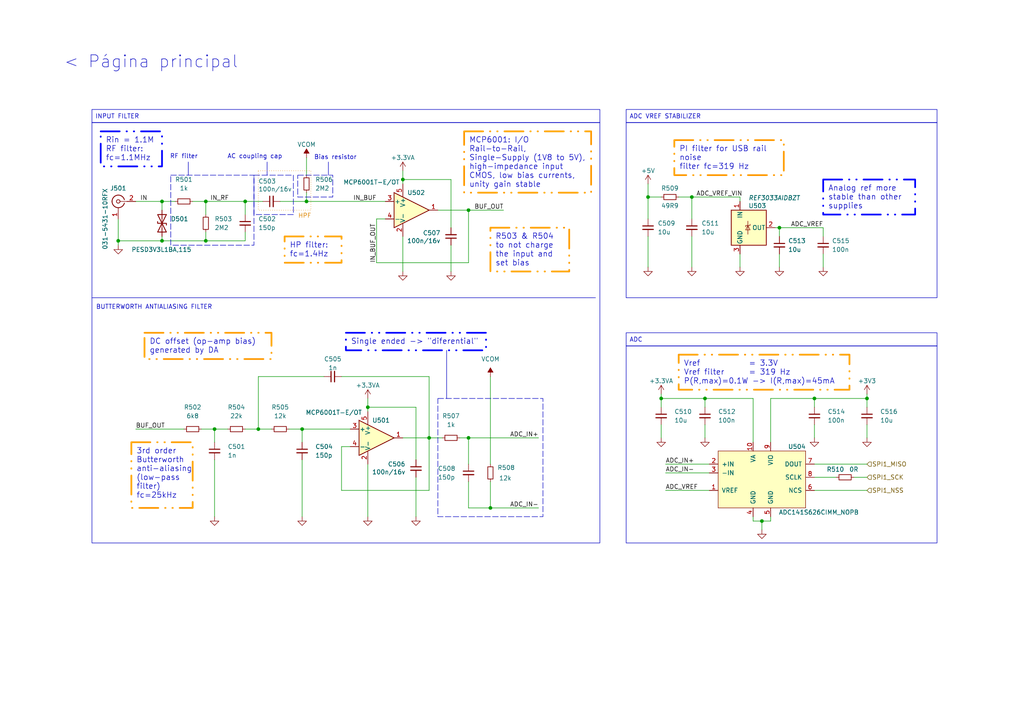
<source format=kicad_sch>
(kicad_sch (version 20250114) (generator "eeschema") (generator_version "9.0")
  (paper "A4")
  (title_block (title "Miced Signal demo board"))
  (lib_symbols
    (symbol "Amplifier_Operational:MCP6001-OT" (pin_names (offset 0.127))
      (property "Reference" "U" (at -1.27 6.35 0))
      (property "Value" "MCP6001-OT" (at -1.27 3.81 0))
      (symbol "MCP6001-OT_0_1"
        (polyline (pts (xy -5.08 5.08) (xy 5.08 0) (xy -5.08 -5.08) (xy -5.08 5.08)) (stroke (width 0.254)) (fill (type background)))
        (pin power_in line (at -2.54 7.62 270) (length 3.81) (name "V+") (number "5"))
        (pin power_in line (at -2.54 -7.62 90) (length 3.81) (name "V-") (number "2"))
      )
      (symbol "MCP6001-OT_1_1"
        (pin input line (at -7.62 2.54 0) (length 2.54) (name "+") (number "3"))
        (pin input line (at -7.62 -2.54 0) (length 2.54) (name "-") (number "4"))
        (pin output line (at 7.62 0 180) (length 2.54) (name "~") (number "1"))
      )
    )
    (symbol "Connector:Conn_Coaxial" (pin_names (offset 1.016) (hide yes))
      (property "Reference" "J401" (at 0 3.81 0))
      (property "Value" "031-5431-10RFX" (at 3.81 -5.08 90))
      (symbol "Conn_Coaxial_0_1"
        (polyline (pts (xy -2.54 0) (xy -0.508 0)))
        (arc (start -1.778 0.508) (mid 0.222 1.8083) (end 1.778 0) (stroke (width 0.254)))
        (arc (start 1.778 0) (mid 0.222 -1.808) (end -1.778 -0.508) (stroke (width 0.254)))
        (circle (center 0 0) (radius 0.508) (stroke (width 0.2032)))
        (polyline (pts (xy 0 -2.54) (xy 0 -1.778)))
      )
      (symbol "Conn_Coaxial_1_1"
        (pin passive line (at -5.08 0 0) (length 2.54) (name "Ext") (number "2"))
        (pin passive line (at 0 -5.08 90) (length 2.54) (name "In") (number "1"))
      )
    )
    (symbol "Device:C_Small" (pin_numbers (hide yes)) (pin_names (offset 0.254) (hide yes))
      (property "Reference" "C" (at 0.254 1.778 0))
      (property "Value" "C_Small" (at 0.254 -2.032 0))
      (symbol "C_Small_0_1"
        (polyline (pts (xy -1.524 0.508) (xy 1.524 0.508)) (stroke (width 0.3048)))
        (polyline (pts (xy -1.524 -0.508) (xy 1.524 -0.508)) (stroke (width 0.3302)))
      )
      (symbol "C_Small_1_1"
        (pin passive line (at 0 2.54 270) (length 2.032) (name "~") (number "1"))
        (pin passive line (at 0 -2.54 90) (length 2.032) (name "~") (number "2"))
      )
    )
    (symbol "Device:D_TVS" (pin_numbers (hide yes)) (pin_names (offset 1.016) (hide yes))
      (property "Reference" "D" (at 0 2.54 0))
      (property "Value" "D_TVS" (at 0 -2.54 0))
      (symbol "D_TVS_0_1"
        (polyline (pts (xy -2.54 1.27) (xy -2.54 -1.27) (xy 2.54 1.27) (xy 2.54 -1.27) (xy -2.54 1.27)) (stroke (width 0.254)))
        (polyline (pts (xy 0.508 1.27) (xy 0 1.27) (xy 0 -1.27) (xy -0.508 -1.27)) (stroke (width 0.254)))
        (polyline (pts (xy 1.27 0) (xy -1.27 0)))
      )
      (symbol "D_TVS_1_1"
        (pin passive line (at -3.81 0 0) (length 2.54) (name "A1") (number "1"))
        (pin passive line (at 3.81 0 180) (length 2.54) (name "A2") (number "2"))
      )
    )
    (symbol "Device:R_Small" (pin_numbers (hide yes)) (pin_names (offset 0.254) (hide yes))
      (property "Reference" "R" (at 0.762 0.508 0))
      (property "Value" "R_Small" (at 0.762 -1.016 0))
      (symbol "R_Small_0_1"
        (rectangle (start -0.762 1.778) (end 0.762 -1.778) (stroke (width 0.2032)))
      )
      (symbol "R_Small_1_1"
        (pin passive line (at 0 2.54 270) (length 0.762) (name "~") (number "1"))
        (pin passive line (at 0 -2.54 90) (length 0.762) (name "~") (number "2"))
      )
    )
    (symbol "PhilsLab-KiCad-Symbols:ADC141S626CIMM_NOPB" (pin_names (offset 1.016))
      (property "Reference" "U" (at 11.43 10.16 0))
      (property "Value" "PhilsLab-KiCad-Symbols_ADC141S626CIMM_NOPB" (at 16.51 -8.89 0))
      (symbol "ADC141S626CIMM_NOPB_0_0"
        (pin input line (at -15.24 5.08 0) (length 2.54) (name "+IN") (number "2"))
        (pin input line (at -15.24 2.54 0) (length 2.54) (name "-IN") (number "3"))
        (pin input line (at -15.24 -2.54 0) (length 2.54) (name "VREF") (number "1"))
        (pin power_in line (at -2.54 11.43 270) (length 2.54) (name "VA") (number "10"))
        (pin power_in line (at -2.54 -10.16 90) (length 2.54) (name "GND") (number "4"))
        (pin power_in line (at 2.54 11.43 270) (length 2.54) (name "VIO") (number "9"))
        (pin power_in line (at 2.54 -10.16 90) (length 2.54) (name "GND") (number "5"))
        (pin output line (at 15.24 5.08 180) (length 2.54) (name "DOUT") (number "7"))
        (pin input line (at 15.24 1.27 180) (length 2.54) (name "SCLK") (number "8"))
        (pin input line (at 15.24 -2.54 180) (length 2.54) (name "NCS") (number "6"))
      )
      (symbol "ADC141S626CIMM_NOPB_0_1"
        (rectangle (start -12.7 8.89) (end 12.7 -7.62) (fill (type background)))
      )
    )
    (symbol "Reference_Voltage:REF3033" (pin_names (offset 0.254))
      (property "Reference" "U" (at 0 6.35 0))
      (property "Value" "REF3033" (at 2.54 -6.35 0))
      (symbol "REF3033_0_1"
        (rectangle (start -5.08 5.08) (end 5.08 -5.08) (stroke (width 0.254)) (fill (type background)))
        (polyline (pts (xy -0.889 -0.635) (xy 0.381 -0.635) (xy -0.254 0.635) (xy -0.889 -0.635)))
        (polyline (pts (xy -0.254 1.905) (xy -0.254 -1.905)))
        (polyline (pts (xy 0.381 1.016) (xy 0.381 0.635) (xy -0.889 0.635) (xy -0.889 0.254)))
      )
      (symbol "REF3033_1_1"
        (pin power_in line (at -2.54 7.62 270) (length 2.54) (name "IN") (number "1"))
        (pin power_in line (at -2.54 -7.62 90) (length 2.54) (name "GND") (number "3"))
        (pin power_out line (at 7.62 0 180) (length 2.54) (name "OUT") (number "2"))
      )
    )
    (symbol "power:+3.3VA" (power) (pin_names (offset 0))
      (property "Value" "+3.3VA" (at 0 3.556 0))
      (symbol "+3.3VA_0_1"
        (polyline (pts (xy -0.762 1.27) (xy 0 2.54)))
        (polyline (pts (xy 0 2.54) (xy 0.762 1.27)))
        (polyline (pts (xy 0 0) (xy 0 2.54)))
      )
      (symbol "+3.3VA_1_1"
        (pin power_in line (at 0 0 90) (length 0) (hide yes) (name "+3.3VA") (number "1"))
      )
    )
    (symbol "power:+3V3" (power) (pin_names (offset 0))
      (property "Value" "+3V3" (at 0 3.556 0))
      (symbol "+3V3_0_1"
        (polyline (pts (xy -0.762 1.27) (xy 0 2.54)))
        (polyline (pts (xy 0 2.54) (xy 0.762 1.27)))
        (polyline (pts (xy 0 0) (xy 0 2.54)))
      )
      (symbol "+3V3_1_1"
        (pin power_in line (at 0 0 90) (length 0) (hide yes) (name "+3V3") (number "1"))
      )
    )
    (symbol "power:+5V" (power) (pin_names (offset 0))
      (property "Value" "+5V" (at 0 3.556 0))
      (symbol "+5V_0_1"
        (polyline (pts (xy -0.762 1.27) (xy 0 2.54)))
        (polyline (pts (xy 0 2.54) (xy 0.762 1.27)))
        (polyline (pts (xy 0 0) (xy 0 2.54)))
      )
      (symbol "+5V_1_1"
        (pin power_in line (at 0 0 90) (length 0) (hide yes) (name "+5V") (number "1"))
      )
    )
    (symbol "power:GND" (power) (pin_names (offset 0))
      (property "Value" "GND" (at 0 -3.81 0))
      (symbol "GND_0_1"
        (polyline (pts (xy 0 0) (xy 0 -1.27) (xy 1.27 -1.27) (xy 0 -2.54) (xy -1.27 -1.27) (xy 0 -1.27)))
      )
      (symbol "GND_1_1"
        (pin power_in line (at 0 0 270) (length 0) (hide yes) (name "GND") (number "1"))
      )
    )
    (symbol "power:VCOM" (power) (pin_names (offset 0))
      (property "Value" "VCOM" (at 0 3.81 0))
      (symbol "VCOM_0_1"
        (polyline (pts (xy 0 0) (xy 0 2.54)))
        (polyline (pts (xy 0.762 1.27) (xy -0.762 1.27) (xy 0 2.54) (xy 0.762 1.27)) (fill (type outline)))
      )
      (symbol "VCOM_1_1"
        (pin power_in line (at 0 0 90) (length 0) (hide yes) (name "VCOM") (number "1"))
      )
    )
  )
  (rectangle (start 26.67 35.56) (end 173.99 157.48))
  (rectangle (start 73.66 50.8) (end 85.09 62.23) (stroke (width 0) (type dash)))
  (rectangle (start 181.61 100.33) (end 271.78 157.48))
  (rectangle (start 127 115.57) (end 157.48 149.86) (stroke (width 0) (type dash)))
  (rectangle (start 86.36 50.8) (end 96.52 57.15) (stroke (width 0) (type dash)))
  (rectangle (start 49.53 50.8) (end 73.66 71.12) (stroke (width 0) (type dash)))
  (rectangle (start 181.61 35.56) (end 271.78 86.36))
  (rectangle (start 74.93 49.53) (end 90.17 60.96) (stroke (width 0) (type dot) (color 221 133 0 1)))
  (text "RF filter" (at 53.34 45.466 0) (effects (font (size 1.27 1.27))))
  (text "AC coupling cap" (at 73.914 45.466 0) (effects (font (size 1.27 1.27))))
  (text "HPF" (at 88.392 62.738 0) (effects (font (size 1.27 1.27))))
  (text "BUTTERWORTH ANTIALIASING FILTER" (at 44.704 89.154 0) (effects (font (size 1.27 1.27))))
  (text "Bias resistor" (at 97.282 45.72 0) (effects (font (size 1.27 1.27))))
  (text_box "ADC" (at 181.61 96.52 0) (size 90.17 3.81) (margins 0.9525 0.9525 0.9525 0.9525) (effects (font (size 1.27 1.27)) (justify left)))
  (text_box "Vref 		= 3.3V\nVref filter	= 319 Hz\nP(R,max)=0.1W -> I(R,max)=45mA" (at 196.85 102.87 0) (size 49.53 10.16) (margins 1.45 1.45 1.45 1.45) (stroke (width 0.5) (type dash_dot_dot) (color 255 153 0 1)) (effects (font (size 1.6 1.6)) (justify left top)))
  (text_box "HP filter: fc=1.4Hz" (at 82.55 68.58 0) (size 16.51 7.62) (margins 1.45 1.45 1.45 1.45) (stroke (width 0.5) (type dash_dot_dot) (color 255 153 0 1)) (effects (font (size 1.6 1.6)) (justify left top)))
  (text_box "INPUT FILTER" (at 26.67 31.75 0) (size 147.32 3.81) (margins 0.9525 0.9525 0.9525 0.9525) (effects (font (size 1.27 1.27)) (justify left)))
  (text_box "ADC VREF STABILIZER" (at 181.61 31.75 0) (size 90.17 3.81) (margins 0.9525 0.9525 0.9525 0.9525) (effects (font (size 1.27 1.27)) (justify left)))
  (text_box "Single ended -> \"diferential\"" (at 100.33 96.52 0) (size 40.64 5.08) (margins 1.45 1.45 1.45 1.45) (stroke (width 0.5) (type dash_dot_dot) (color 0 0 255 1)) (effects (font (size 1.6 1.6)) (justify left top)))
  (text_box "MCP6001: I/O Rail-to-Rail, Single-Supply (1V8 to 5V), high-impedance input CMOS, low bias currents, unity gain stable" (at 134.62 38.1 0) (size 36.83 17.78) (margins 1.45 1.45 1.45 1.45) (stroke (width 0.5) (type dash_dot_dot) (color 255 153 0 1)) (effects (font (size 1.6 1.6)) (justify left top)))
  (text_box "PI filter for USB rail noise\nfilter fc=319 Hz" (at 195.58 40.64 0) (size 31.75 10.16) (margins 1.45 1.45 1.45 1.45) (stroke (width 0.5) (type dash_dot_dot) (color 255 153 0 1)) (effects (font (size 1.6 1.6)) (justify left top)))
  (text_box "Rin = 1.1M\nRF filter: fc=1.1MHz" (at 29.21 38.1 0) (size 17.78 10.16) (margins 1.45 1.45 1.45 1.45) (stroke (width 0.5) (type dash_dot_dot) (color 0 0 255 1)) (effects (font (size 1.6 1.6)) (justify left top)))
  (text_box "DC offset (op-amp bias) \ngenerated by DA" (at 41.91 96.52 0) (size 36.83 7.62) (margins 1.45 1.45 1.45 1.45) (stroke (width 0.5) (type dash_dot_dot) (color 255 153 0 1)) (effects (font (size 1.6 1.6)) (justify left top)))
  (text_box "3rd order\nButterworth anti-aliasing \n(low-pass filter) fc=25kHz" (at 38.1 128.27 0) (size 17.78 19.05) (margins 1.45 1.45 1.45 1.45) (stroke (width 0.5) (type dash_dot_dot) (color 255 153 0 1)) (effects (font (size 1.6 1.6)) (justify left top)))
  (text_box "Analog ref more stable than other supplies" (at 238.76 52.07 0) (size 26.67 10.16) (margins 1.45 1.45 1.45 1.45) (stroke (width 0.5) (type dash_dot_dot) (color 0 0 255 1)) (effects (font (size 1.6 1.6)) (justify left top)))
  (text_box "R503 & R504 to not charge the input and set bias" (at 142.24 66.04 0) (size 22.86 12.7) (margins 1.45 1.45 1.45 1.45) (stroke (width 0.5) (type dash_dot_dot) (color 255 153 0 1)) (effects (font (size 1.6 1.6)) (justify left top)))
  (text_box "< Página principal" (at 12.7 12.7 0) (size 62.23 10.16) (margins 2.6249 2.6249 2.6249 2.6249) (stroke (width -0.0001)) (effects (font (size 3.5 3.5))))
  (junction (at 142.24 147.32))
  (junction (at 87.63 124.46))
  (junction (at 251.46 115.57))
  (junction (at 46.99 69.85))
  (junction (at 88.9 58.42))
  (junction (at 187.96 57.15))
  (junction (at 106.68 118.11))
  (junction (at 46.99 58.42))
  (junction (at 59.69 69.85))
  (junction (at 59.69 58.42))
  (junction (at 135.89 60.96))
  (junction (at 220.98 151.13))
  (junction (at 62.23 124.46))
  (junction (at 34.29 69.85))
  (junction (at 236.22 115.57))
  (junction (at 124.46 127))
  (junction (at 191.77 115.57))
  (junction (at 135.89 127))
  (junction (at 116.84 52.07))
  (junction (at 74.93 124.46))
  (junction (at 226.06 66.04))
  (junction (at 71.12 58.42))
  (junction (at 200.66 57.15))
  (junction (at 204.47 115.57))
  (wire (pts (xy 187.96 57.15) (xy 187.96 63.5)))
  (wire (pts (xy 135.89 60.96) (xy 127 60.96)))
  (polyline (pts (xy 95.25 46.99) (xy 95.25 50.8)))
  (wire (pts (xy 74.93 124.46) (xy 78.74 124.46)))
  (wire (pts (xy 236.22 115.57) (xy 251.46 115.57)))
  (wire (pts (xy 133.35 127) (xy 135.89 127)))
  (wire (pts (xy 101.6 129.54) (xy 99.06 129.54)))
  (polyline (pts (xy 26.67 86.36) (xy 172.72 86.36)))
  (wire (pts (xy 187.96 53.34) (xy 187.96 57.15)))
  (wire (pts (xy 88.9 58.42) (xy 88.9 55.88)))
  (wire (pts (xy 74.93 124.46) (xy 74.93 109.22)))
  (wire (pts (xy 193.04 137.16) (xy 205.74 137.16)))
  (wire (pts (xy 223.52 149.86) (xy 223.52 151.13)))
  (wire (pts (xy 130.81 66.04) (xy 130.81 52.07)))
  (wire (pts (xy 59.69 67.31) (xy 59.69 69.85)))
  (wire (pts (xy 87.63 124.46) (xy 87.63 128.27)))
  (wire (pts (xy 116.84 127) (xy 124.46 127)))
  (wire (pts (xy 55.88 58.42) (xy 59.69 58.42)))
  (wire (pts (xy 226.06 66.04) (xy 238.76 66.04)))
  (wire (pts (xy 109.22 63.5) (xy 109.22 76.2)))
  (wire (pts (xy 205.74 134.62) (xy 193.04 134.62)))
  (wire (pts (xy 62.23 124.46) (xy 62.23 128.27)))
  (wire (pts (xy 135.89 127) (xy 135.89 134.62)))
  (wire (pts (xy 142.24 109.22) (xy 142.24 134.62)))
  (wire (pts (xy 238.76 73.66) (xy 238.76 77.47)))
  (wire (pts (xy 124.46 142.24) (xy 124.46 127)))
  (wire (pts (xy 71.12 58.42) (xy 71.12 62.23)))
  (wire (pts (xy 124.46 109.22) (xy 124.46 127)))
  (wire (pts (xy 39.37 58.42) (xy 46.99 58.42)))
  (wire (pts (xy 116.84 49.53) (xy 116.84 52.07)))
  (wire (pts (xy 226.06 73.66) (xy 226.06 77.47)))
  (wire (pts (xy 106.68 118.11) (xy 106.68 119.38)))
  (wire (pts (xy 142.24 139.7) (xy 142.24 147.32)))
  (wire (pts (xy 238.76 66.04) (xy 238.76 68.58)))
  (wire (pts (xy 83.82 124.46) (xy 87.63 124.46)))
  (wire (pts (xy 236.22 115.57) (xy 236.22 118.11)))
  (wire (pts (xy 251.46 115.57) (xy 251.46 118.11)))
  (wire (pts (xy 204.47 115.57) (xy 218.44 115.57)))
  (polyline (pts (xy 129.54 101.6) (xy 129.54 115.57)))
  (wire (pts (xy 200.66 57.15) (xy 214.63 57.15)))
  (wire (pts (xy 236.22 138.43) (xy 242.57 138.43)))
  (wire (pts (xy 46.99 58.42) (xy 50.8 58.42)))
  (wire (pts (xy 156.21 127) (xy 135.89 127)))
  (wire (pts (xy 87.63 133.35) (xy 87.63 149.86)))
  (wire (pts (xy 106.68 118.11) (xy 120.65 118.11)))
  (wire (pts (xy 74.93 109.22) (xy 93.98 109.22)))
  (wire (pts (xy 200.66 68.58) (xy 200.66 77.47)))
  (wire (pts (xy 71.12 67.31) (xy 71.12 69.85)))
  (wire (pts (xy 71.12 124.46) (xy 74.93 124.46)))
  (wire (pts (xy 236.22 123.19) (xy 236.22 127)))
  (wire (pts (xy 88.9 58.42) (xy 111.76 58.42)))
  (wire (pts (xy 130.81 71.12) (xy 130.81 78.74)))
  (polyline (pts (xy 54.61 46.99) (xy 54.61 50.8)))
  (wire (pts (xy 223.52 115.57) (xy 223.52 128.27)))
  (wire (pts (xy 109.22 76.2) (xy 135.89 76.2)))
  (wire (pts (xy 46.99 60.96) (xy 46.99 58.42)))
  (wire (pts (xy 120.65 138.43) (xy 120.65 149.86)))
  (wire (pts (xy 193.04 142.24) (xy 205.74 142.24)))
  (wire (pts (xy 62.23 133.35) (xy 62.23 149.86)))
  (wire (pts (xy 220.98 151.13) (xy 220.98 153.67)))
  (wire (pts (xy 135.89 139.7) (xy 135.89 147.32)))
  (wire (pts (xy 200.66 57.15) (xy 200.66 63.5)))
  (wire (pts (xy 101.6 124.46) (xy 87.63 124.46)))
  (wire (pts (xy 251.46 123.19) (xy 251.46 127)))
  (wire (pts (xy 191.77 115.57) (xy 191.77 118.11)))
  (wire (pts (xy 204.47 123.19) (xy 204.47 127)))
  (wire (pts (xy 191.77 123.19) (xy 191.77 127)))
  (wire (pts (xy 142.24 147.32) (xy 135.89 147.32)))
  (wire (pts (xy 106.68 134.62) (xy 106.68 149.86)))
  (wire (pts (xy 116.84 78.74) (xy 116.84 68.58)))
  (wire (pts (xy 218.44 115.57) (xy 218.44 128.27)))
  (wire (pts (xy 116.84 52.07) (xy 116.84 53.34)))
  (wire (pts (xy 196.85 57.15) (xy 200.66 57.15)))
  (wire (pts (xy 46.99 68.58) (xy 46.99 69.85)))
  (wire (pts (xy 46.99 69.85) (xy 59.69 69.85)))
  (wire (pts (xy 71.12 58.42) (xy 76.2 58.42)))
  (polyline (pts (xy 77.47 46.99) (xy 77.47 50.8)))
  (wire (pts (xy 111.76 63.5) (xy 109.22 63.5)))
  (wire (pts (xy 99.06 129.54) (xy 99.06 142.24)))
  (wire (pts (xy 220.98 151.13) (xy 218.44 151.13)))
  (wire (pts (xy 191.77 115.57) (xy 204.47 115.57)))
  (wire (pts (xy 223.52 151.13) (xy 220.98 151.13)))
  (wire (pts (xy 251.46 114.3) (xy 251.46 115.57)))
  (wire (pts (xy 142.24 147.32) (xy 156.21 147.32)))
  (wire (pts (xy 124.46 127) (xy 128.27 127)))
  (wire (pts (xy 214.63 57.15) (xy 214.63 58.42)))
  (wire (pts (xy 59.69 58.42) (xy 71.12 58.42)))
  (wire (pts (xy 46.99 69.85) (xy 34.29 69.85)))
  (wire (pts (xy 106.68 115.57) (xy 106.68 118.11)))
  (wire (pts (xy 204.47 115.57) (xy 204.47 118.11)))
  (wire (pts (xy 187.96 68.58) (xy 187.96 77.47)))
  (wire (pts (xy 236.22 134.62) (xy 251.46 134.62)))
  (wire (pts (xy 39.37 124.46) (xy 53.34 124.46)))
  (wire (pts (xy 88.9 45.72) (xy 88.9 50.8)))
  (wire (pts (xy 99.06 142.24) (xy 124.46 142.24)))
  (wire (pts (xy 59.69 58.42) (xy 59.69 62.23)))
  (wire (pts (xy 146.05 60.96) (xy 135.89 60.96)))
  (wire (pts (xy 135.89 76.2) (xy 135.89 60.96)))
  (wire (pts (xy 59.69 69.85) (xy 71.12 69.85)))
  (wire (pts (xy 247.65 138.43) (xy 251.46 138.43)))
  (wire (pts (xy 191.77 115.57) (xy 191.77 114.3)))
  (wire (pts (xy 58.42 124.46) (xy 62.23 124.46)))
  (wire (pts (xy 236.22 115.57) (xy 223.52 115.57)))
  (wire (pts (xy 34.29 71.12) (xy 34.29 69.85)))
  (wire (pts (xy 120.65 118.11) (xy 120.65 133.35)))
  (wire (pts (xy 34.29 69.85) (xy 34.29 63.5)))
  (wire (pts (xy 214.63 73.66) (xy 214.63 77.47)))
  (wire (pts (xy 62.23 124.46) (xy 66.04 124.46)))
  (wire (pts (xy 236.22 142.24) (xy 251.46 142.24)))
  (wire (pts (xy 99.06 109.22) (xy 124.46 109.22)))
  (wire (pts (xy 224.79 66.04) (xy 226.06 66.04)))
  (wire (pts (xy 130.81 52.07) (xy 116.84 52.07)))
  (wire (pts (xy 187.96 57.15) (xy 191.77 57.15)))
  (wire (pts (xy 81.28 58.42) (xy 88.9 58.42)))
  (wire (pts (xy 226.06 66.04) (xy 226.06 68.58)))
  (wire (pts (xy 218.44 151.13) (xy 218.44 149.86)))
  (label "IN_BUF_OUT" (at 109.22 64.77 270))
  (label "BUF_OUT" (at 39.37 124.46 0))
  (label "BUF_OUT" (at 146.05 60.96 180))
  (label "ADC_IN+" (at 193.04 134.62 0))
  (label "IN" (at 40.64 58.42 0))
  (label "ADC_VREF" (at 238.76 66.04 180))
  (label "ADC_IN-" (at 156.21 147.32 180))
  (label "ADC_IN+" (at 156.21 127 180))
  (label "ADC_VREF" (at 193.04 142.24 0))
  (label "ADC_IN-" (at 193.04 137.16 0))
  (label "IN_BUF" (at 109.22 58.42 180))
  (label "ADC_VREF_VIN" (at 201.93 57.15 0))
  (label "IN_RF" (at 60.96 58.42 0))
  (hierarchical_label "SPI1_MISO" (shape input) (at 251.46 134.62 0))
  (hierarchical_label "SPI1_SCK" (shape input) (at 251.46 138.43 0))
  (hierarchical_label "SPI1_NSS" (shape input) (at 251.46 142.24 0))
  (symbol (lib_id "Device:C_Small") (at 226.06 71.12 0) (unit 1)
    (property "Reference" "C513" (at 228.6 69.85 0) (effects (justify left)))
    (property "Value" "10u" (at 228.6 72.39 0) (effects (justify left)))
    (property "Footprint" "Capacitor_SMD:C_0603_1608Metric" (effects (hide yes)))
    (property "Description" "Unpolarized capacitor, small symbol" (effects (hide yes)))
  )
  (symbol (lib_id "Device:R_Small") (at 53.34 58.42 270) (unit 1)
    (property "Reference" "R501" (at 53.34 52.07 90))
    (property "Value" "1k" (at 53.34 54.61 90))
    (property "Footprint" "Resistor_SMD:R_0402_1005Metric" (effects (hide yes)))
    (property "Description" "Resistor, small symbol" (effects (hide yes)))
  )
  (symbol (lib_id "Device:C_Small") (at 62.23 130.81 0) (unit 1)
    (property "Reference" "C501" (at 66.04 129.54 0) (effects (justify left)))
    (property "Value" "1n" (at 66.04 132.08 0) (effects (justify left)))
    (property "Footprint" "Capacitor_SMD:C_0402_1005Metric" (effects (hide yes)))
    (property "Description" "Unpolarized capacitor, small symbol" (effects (hide yes)))
  )
  (symbol (lib_id "power:GND") (at 106.68 149.86 0) (unit 1)
    (property "Reference" "#PWR0506" (effects (hide yes)))
    (property "Value" "GND" (effects (hide yes)))
  )
  (symbol (lib_id "power:+3.3VA") (at 116.84 49.53 0) (unit 1)
    (property "Reference" "#PWR0507" (effects (hide yes)))
    (property "Value" "+3.3VA" (at 116.84 45.72 0))
  )
  (symbol (lib_id "power:GND") (at 236.22 127 0) (unit 1)
    (property "Reference" "#PWR0521" (effects (hide yes)))
    (property "Value" "GND" (effects (hide yes)))
  )
  (symbol (lib_id "power:GND") (at 62.23 149.86 0) (unit 1)
    (property "Reference" "#PWR0502" (effects (hide yes)))
    (property "Value" "GND" (effects (hide yes)))
  )
  (symbol (lib_id "Device:D_TVS") (at 46.99 64.77 270) (unit 1)
    (property "Reference" "D501" (at 49.53 63.5 90) (effects (justify left)))
    (property "Value" "PESD3V3L1BA,115" (at 38.1 72.39 90) (effects (justify left)))
    (property "Footprint" "Diode_SMD:D_SOD-323" (effects (hide yes)))
  )
  (symbol (lib_id "Device:C_Small") (at 204.47 120.65 0) (unit 1)
    (property "Reference" "C512" (at 208.28 119.38 0) (effects (justify left)))
    (property "Value" "100n" (at 208.28 121.92 0) (effects (justify left)))
    (property "Footprint" "Capacitor_SMD:C_0402_1005Metric" (effects (hide yes)))
    (property "Description" "Unpolarized capacitor, small symbol" (effects (hide yes)))
  )
  (symbol (lib_id "Device:C_Small") (at 191.77 120.65 0) (unit 1)
    (property "Reference" "C510" (at 195.58 119.38 0) (effects (justify left)))
    (property "Value" "10u" (at 195.58 121.92 0) (effects (justify left)))
    (property "Footprint" "Capacitor_SMD:C_0603_1608Metric" (effects (hide yes)))
    (property "Description" "Unpolarized capacitor, small symbol" (effects (hide yes)))
  )
  (symbol (lib_id "power:GND") (at 187.96 77.47 0) (unit 1)
    (property "Reference" "#PWR0513" (effects (hide yes)))
    (property "Value" "GND" (effects (hide yes)))
  )
  (symbol (lib_id "power:GND") (at 214.63 77.47 0) (unit 1)
    (property "Reference" "#PWR0518" (effects (hide yes)))
    (property "Value" "GND" (effects (hide yes)))
  )
  (symbol (lib_id "power:GND") (at 226.06 77.47 0) (unit 1)
    (property "Reference" "#PWR0520" (effects (hide yes)))
    (property "Value" "GND" (effects (hide yes)))
  )
  (symbol (lib_id "Device:R_Small") (at 55.88 124.46 270) (unit 1)
    (property "Reference" "R502" (at 55.88 118.11 90))
    (property "Value" "6k8" (at 55.88 120.65 90))
    (property "Footprint" "Resistor_SMD:R_0402_1005Metric" (effects (hide yes)))
    (property "Description" "Resistor, small symbol" (effects (hide yes)))
  )
  (symbol (lib_id "Connector:Conn_Coaxial") (at 34.29 58.42 0) (mirror y) (unit 1)
    (property "Reference" "J501" (at 34.29 54.61 0))
    (property "Value" "031-5431-10RFX" (at 30.48 63.5 90))
    (property "Footprint" "basic_proyect:031-5431-10RFX" (effects (hide yes)))
    (property "Datasheet" " ~" (effects (hide yes)))
  )
  (symbol (lib_id "power:VCOM") (at 88.9 45.72 0) (unit 1)
    (property "Reference" "#PWR0504" (effects (hide yes)))
    (property "Value" "VCOM" (at 88.9 41.91 0))
  )
  (symbol (lib_id "Device:C_Small") (at 120.65 135.89 0) (mirror y) (unit 1)
    (property "Reference" "C506" (at 117.602 134.62 0) (effects (justify left)))
    (property "Value" "100n/16v" (at 117.602 136.906 0) (effects (justify left)))
    (property "Footprint" "Capacitor_SMD:C_0402_1005Metric_Pad0.74x0.62mm_HandSolder" (effects (hide yes)))
    (property "Datasheet" "https://search.murata.co.jp/Ceramy/image/img/A01X/G101/ENG/GRM155R71C104KA88-01.pdf" (effects (hide yes)))
    (property "Description" "X7R 10%" (effects (hide yes)))
    (property "MANF_NAME" "Murata" (effects (hide yes)))
    (property "PART_NUMBER" "GRM155R71C104KA88J" (effects (hide yes)))
    (property "Provider" "https://www.digikey.es/es/products/detail/murata-electronics/GRM155R71C104KA88J/2610892" (effects (hide yes)))
  )
  (symbol (lib_id "Device:C_Small") (at 71.12 64.77 0) (unit 1)
    (property "Reference" "C502" (at 74.93 63.5 0) (effects (justify left)))
    (property "Value" "150p" (at 74.93 66.04 0) (effects (justify left)))
    (property "Footprint" "Capacitor_SMD:C_0402_1005Metric" (effects (hide yes)))
    (property "Description" "Unpolarized capacitor, small symbol" (effects (hide yes)))
  )
  (symbol (lib_id "Device:C_Small") (at 200.66 66.04 0) (unit 1)
    (property "Reference" "C511" (at 203.454 64.77 0) (effects (justify left)))
    (property "Value" "10u" (at 203.454 67.31 0) (effects (justify left)))
    (property "Footprint" "Capacitor_SMD:C_0603_1608Metric" (effects (hide yes)))
    (property "Description" "Unpolarized capacitor, small symbol" (effects (hide yes)))
  )
  (symbol (lib_id "power:GND") (at 251.46 127 0) (unit 1)
    (property "Reference" "#PWR0524" (effects (hide yes)))
    (property "Value" "GND" (effects (hide yes)))
  )
  (symbol (lib_id "Device:R_Small") (at 142.24 137.16 0) (unit 1)
    (property "Reference" "R508" (at 146.812 135.636 0))
    (property "Value" "12k" (at 146.558 138.684 0))
    (property "Footprint" "Resistor_SMD:R_0402_1005Metric" (effects (hide yes)))
    (property "Description" "Resistor, small symbol" (effects (hide yes)))
  )
  (symbol (lib_id "Amplifier_Operational:MCP6001-OT") (at 119.38 60.96 0) (unit 1)
    (property "Reference" "U502" (at 118.11 55.88 0) (effects (justify left)))
    (property "Value" "MCP6001T-E/OT" (at 99.568 52.832 0) (effects (justify left)))
    (property "Footprint" "Package_TO_SOT_SMD:SOT-23-5" (effects (hide yes)))
    (property "Datasheet" "http://ww1.microchip.com/downloads/en/DeviceDoc/21733j.pdf" (effects (hide yes)))
  )
  (symbol (lib_id "Device:C_Small") (at 96.52 109.22 90) (unit 1)
    (property "Reference" "C505" (at 96.5263 104.14 90))
    (property "Value" "1n" (at 96.5263 106.68 90))
    (property "Footprint" "Capacitor_SMD:C_0402_1005Metric" (effects (hide yes)))
    (property "Description" "Unpolarized capacitor, small symbol" (effects (hide yes)))
  )
  (symbol (lib_id "Device:C_Small") (at 187.96 66.04 0) (unit 1)
    (property "Reference" "C509" (at 190.754 64.77 0) (effects (justify left)))
    (property "Value" "10u" (at 190.754 67.31 0) (effects (justify left)))
    (property "Footprint" "Capacitor_SMD:C_0603_1608Metric" (effects (hide yes)))
    (property "Description" "Unpolarized capacitor, small symbol" (effects (hide yes)))
  )
  (symbol (lib_id "power:GND") (at 34.29 71.12 0) (unit 1)
    (property "Reference" "#PWR0501" (effects (hide yes)))
    (property "Value" "GND" (effects (hide yes)))
  )
  (symbol (lib_id "power:VCOM") (at 142.24 109.22 0) (unit 1)
    (property "Reference" "#PWR0511" (effects (hide yes)))
    (property "Value" "VCOM" (at 142.24 104.14 0))
  )
  (symbol (lib_id "power:GND") (at 116.84 78.74 0) (unit 1)
    (property "Reference" "#PWR0508" (effects (hide yes)))
    (property "Value" "GND" (effects (hide yes)))
  )
  (symbol (lib_id "power:GND") (at 191.77 127 0) (unit 1)
    (property "Reference" "#PWR0515" (effects (hide yes)))
    (property "Value" "GND" (effects (hide yes)))
  )
  (symbol (lib_id "Device:R_Small") (at 68.58 124.46 270) (unit 1)
    (property "Reference" "R504" (at 68.58 118.11 90))
    (property "Value" "22k" (at 68.58 120.65 90))
    (property "Footprint" "Resistor_SMD:R_0402_1005Metric" (effects (hide yes)))
    (property "Description" "Resistor, small symbol" (effects (hide yes)))
  )
  (symbol (lib_id "power:GND") (at 200.66 77.47 0) (unit 1)
    (property "Reference" "#PWR0516" (effects (hide yes)))
    (property "Value" "GND" (effects (hide yes)))
  )
  (symbol (lib_id "power:GND") (at 87.63 149.86 0) (unit 1)
    (property "Reference" "#PWR0503" (effects (hide yes)))
    (property "Value" "GND" (effects (hide yes)))
  )
  (symbol (lib_id "Amplifier_Operational:MCP6001-OT") (at 109.22 127 0) (unit 1)
    (property "Reference" "U501" (at 107.95 121.92 0) (effects (justify left)))
    (property "Value" "MCP6001T-E/OT" (at 88.646 119.634 0) (effects (justify left)))
    (property "Footprint" "Package_TO_SOT_SMD:SOT-23-5" (effects (hide yes)))
    (property "Datasheet" "http://ww1.microchip.com/downloads/en/DeviceDoc/21733j.pdf" (effects (hide yes)))
  )
  (symbol (lib_id "Device:R_Small") (at 130.81 127 270) (unit 1)
    (property "Reference" "R507" (at 130.81 120.65 90))
    (property "Value" "1k" (at 130.81 123.19 90))
    (property "Footprint" "Resistor_SMD:R_0402_1005Metric" (effects (hide yes)))
    (property "Description" "Resistor, small symbol" (effects (hide yes)))
  )
  (symbol (lib_id "Device:C_Small") (at 135.89 137.16 0) (unit 1)
    (property "Reference" "C508" (at 127 135.89 0) (effects (justify left)))
    (property "Value" "150p" (at 127 138.43 0) (effects (justify left)))
    (property "Footprint" "Capacitor_SMD:C_0402_1005Metric" (effects (hide yes)))
    (property "Description" "Unpolarized capacitor, small symbol" (effects (hide yes)))
  )
  (symbol (lib_id "Device:C_Small") (at 130.81 68.58 0) (mirror x) (unit 1)
    (property "Reference" "C507" (at 127.762 67.564 0) (effects (justify right)))
    (property "Value" "100n/16v" (at 127.762 69.85 0) (effects (justify right)))
    (property "Footprint" "Capacitor_SMD:C_0402_1005Metric_Pad0.74x0.62mm_HandSolder" (effects (hide yes)))
    (property "Datasheet" "https://search.murata.co.jp/Ceramy/image/img/A01X/G101/ENG/GRM155R71C104KA88-01.pdf" (effects (hide yes)))
    (property "Description" "X7R 10%" (effects (hide yes)))
    (property "MANF_NAME" "Murata" (effects (hide yes)))
    (property "PART_NUMBER" "GRM155R71C104KA88J" (effects (hide yes)))
    (property "Provider" "https://www.digikey.es/es/products/detail/murata-electronics/GRM155R71C104KA88J/2610892" (effects (hide yes)))
  )
  (symbol (lib_id "Device:C_Small") (at 238.76 71.12 0) (unit 1)
    (property "Reference" "C515" (at 241.3 69.85 0) (effects (justify left)))
    (property "Value" "100n" (at 241.3 72.39 0) (effects (justify left)))
    (property "Footprint" "Capacitor_SMD:C_0402_1005Metric" (effects (hide yes)))
    (property "Description" "Unpolarized capacitor, small symbol" (effects (hide yes)))
  )
  (symbol (lib_id "Reference_Voltage:REF3033") (at 217.17 66.04 0) (unit 1)
    (property "Reference" "U503" (at 222.25 59.69 0) (effects (justify right)))
    (property "Value" "REF3033AIDBZT" (at 231.902 57.404 0) (effects (font (italic yes)) (justify right)))
    (property "Footprint" "Package_TO_SOT_SMD:SOT-23" (effects (hide yes)))
    (property "Datasheet" "http://www.ti.com/lit/ds/symlink/ref3033.pdf" (effects (hide yes)))
  )
  (symbol (lib_id "Device:C_Small") (at 251.46 120.65 0) (unit 1)
    (property "Reference" "C516" (at 255.27 119.38 0) (effects (justify left)))
    (property "Value" "10u" (at 255.27 121.92 0) (effects (justify left)))
    (property "Footprint" "Capacitor_SMD:C_0603_1608Metric" (effects (hide yes)))
    (property "Description" "Unpolarized capacitor, small symbol" (effects (hide yes)))
  )
  (symbol (lib_id "power:+5V") (at 187.96 53.34 0) (unit 1)
    (property "Reference" "#PWR0512" (effects (hide yes)))
    (property "Value" "+5V" (at 187.96 49.53 0))
  )
  (symbol (lib_id "power:GND") (at 238.76 77.47 0) (unit 1)
    (property "Reference" "#PWR0522" (effects (hide yes)))
    (property "Value" "GND" (effects (hide yes)))
  )
  (symbol (lib_id "Device:R_Small") (at 194.31 57.15 270) (unit 1)
    (property "Reference" "R509" (at 194.31 54.61 90))
    (property "Value" "49R9" (at 194.31 59.69 90))
    (property "Footprint" "Resistor_SMD:R_0402_1005Metric" (effects (hide yes)))
    (property "Description" "Resistor, small symbol" (effects (hide yes)))
  )
  (symbol (lib_id "Device:R_Small") (at 88.9 53.34 180) (unit 1)
    (property "Reference" "R506" (at 91.44 52.07 0) (effects (justify right)))
    (property "Value" "2M2" (at 91.44 54.61 0) (effects (justify right)))
    (property "Footprint" "Resistor_SMD:R_0402_1005Metric" (effects (hide yes)))
    (property "Description" "Resistor, small symbol" (effects (hide yes)))
  )
  (symbol (lib_id "power:GND") (at 204.47 127 0) (unit 1)
    (property "Reference" "#PWR0517" (effects (hide yes)))
    (property "Value" "GND" (effects (hide yes)))
  )
  (symbol (lib_id "Device:R_Small") (at 59.69 64.77 180) (unit 1)
    (property "Reference" "R503" (at 62.23 63.5 0) (effects (justify right)))
    (property "Value" "2M2" (at 62.23 66.04 0) (effects (justify right)))
    (property "Footprint" "Resistor_SMD:R_0402_1005Metric" (effects (hide yes)))
    (property "Description" "Resistor, small symbol" (effects (hide yes)))
  )
  (symbol (lib_id "power:GND") (at 220.98 153.67 0) (unit 1)
    (property "Reference" "#PWR0519" (effects (hide yes)))
    (property "Value" "GND" (effects (hide yes)))
  )
  (symbol (lib_id "power:GND") (at 130.81 78.74 0) (unit 1)
    (property "Reference" "#PWR0510" (effects (hide yes)))
    (property "Value" "GND" (effects (hide yes)))
  )
  (symbol (lib_id "power:+3.3VA") (at 106.68 115.57 0) (unit 1)
    (property "Reference" "#PWR0505" (effects (hide yes)))
    (property "Value" "+3.3VA" (at 106.68 111.76 0))
  )
  (symbol (lib_id "Device:R_Small") (at 245.11 138.43 270) (unit 1)
    (property "Reference" "R510" (at 242.316 136.144 90))
    (property "Value" "0R" (at 247.65 136.144 90))
    (property "Footprint" "Resistor_SMD:R_0402_1005Metric" (effects (hide yes)))
    (property "Description" "Resistor, small symbol" (effects (hide yes)))
  )
  (symbol (lib_id "power:+3.3VA") (at 191.77 114.3 0) (unit 1)
    (property "Reference" "#PWR0514" (effects (hide yes)))
    (property "Value" "+3.3VA" (at 191.77 110.49 0))
  )
  (symbol (lib_id "Device:C_Small") (at 87.63 130.81 0) (unit 1)
    (property "Reference" "C504" (at 91.44 129.54 0) (effects (justify left)))
    (property "Value" "150p" (at 91.44 132.08 0) (effects (justify left)))
    (property "Footprint" "Capacitor_SMD:C_0402_1005Metric" (effects (hide yes)))
    (property "Description" "Unpolarized capacitor, small symbol" (effects (hide yes)))
  )
  (symbol (lib_id "Device:R_Small") (at 81.28 124.46 270) (unit 1)
    (property "Reference" "R505" (at 81.28 118.11 90))
    (property "Value" "12k" (at 81.28 120.65 90))
    (property "Footprint" "Resistor_SMD:R_0402_1005Metric" (effects (hide yes)))
    (property "Description" "Resistor, small symbol" (effects (hide yes)))
  )
  (symbol (lib_id "Device:C_Small") (at 78.74 58.42 90) (mirror x) (unit 1)
    (property "Reference" "C503" (at 74.93 52.578 90) (effects (justify right)))
    (property "Value" "100n/16v" (at 74.93 54.864 90) (effects (justify right)))
    (property "Footprint" "Capacitor_SMD:C_0402_1005Metric_Pad0.74x0.62mm_HandSolder" (effects (hide yes)))
    (property "Datasheet" "https://search.murata.co.jp/Ceramy/image/img/A01X/G101/ENG/GRM155R71C104KA88-01.pdf" (effects (hide yes)))
    (property "Description" "X7R 10%" (effects (hide yes)))
    (property "MANF_NAME" "Murata" (effects (hide yes)))
    (property "PART_NUMBER" "GRM155R71C104KA88J" (effects (hide yes)))
    (property "Provider" "https://www.digikey.es/es/products/detail/murata-electronics/GRM155R71C104KA88J/2610892" (effects (hide yes)))
  )
  (symbol (lib_id "power:GND") (at 120.65 149.86 0) (unit 1)
    (property "Reference" "#PWR0509" (effects (hide yes)))
    (property "Value" "GND" (effects (hide yes)))
  )
  (symbol (lib_id "power:+3V3") (at 251.46 114.3 0) (unit 1)
    (property "Reference" "#PWR0523" (effects (hide yes)))
    (property "Value" "+3V3" (at 251.46 110.49 0))
  )
  (symbol (lib_id "PhilsLab-KiCad-Symbols:ADC141S626CIMM_NOPB") (at 220.98 139.7 0) (unit 1)
    (property "Reference" "U504" (at 231.14 129.54 0))
    (property "Value" "ADC141S626CIMM_NOPB" (at 237.49 148.59 0))
    (property "Footprint" "basic_proyect:VSSOP-10" (effects (hide yes)))
  )
  (symbol (lib_id "Device:C_Small") (at 236.22 120.65 0) (unit 1)
    (property "Reference" "C514" (at 240.03 119.38 0) (effects (justify left)))
    (property "Value" "100n" (at 240.03 121.92 0) (effects (justify left)))
    (property "Footprint" "Capacitor_SMD:C_0402_1005Metric" (effects (hide yes)))
    (property "Description" "Unpolarized capacitor, small symbol" (effects (hide yes)))
  )
)
</source>
